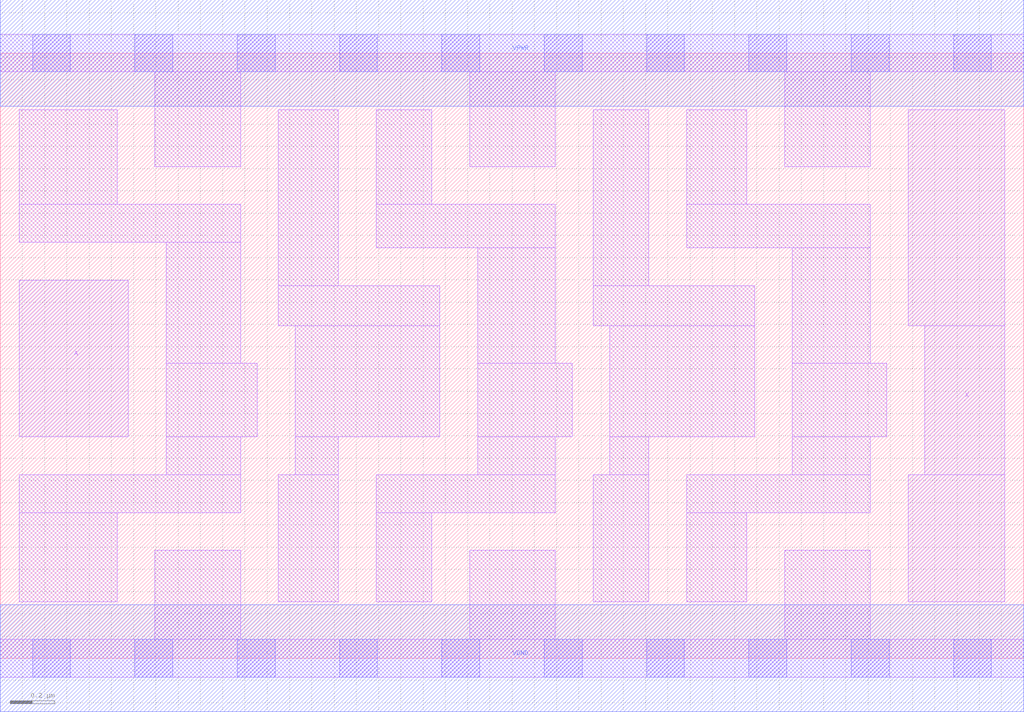
<source format=lef>
# Copyright 2020 The SkyWater PDK Authors
#
# Licensed under the Apache License, Version 2.0 (the "License");
# you may not use this file except in compliance with the License.
# You may obtain a copy of the License at
#
#     https://www.apache.org/licenses/LICENSE-2.0
#
# Unless required by applicable law or agreed to in writing, software
# distributed under the License is distributed on an "AS IS" BASIS,
# WITHOUT WARRANTIES OR CONDITIONS OF ANY KIND, either express or implied.
# See the License for the specific language governing permissions and
# limitations under the License.
#
# SPDX-License-Identifier: Apache-2.0

VERSION 5.7 ;
  NAMESCASESENSITIVE ON ;
  NOWIREEXTENSIONATPIN ON ;
  DIVIDERCHAR "/" ;
  BUSBITCHARS "[]" ;
UNITS
  DATABASE MICRONS 200 ;
END UNITS
MACRO sky130_fd_sc_hd__dlymetal6s6s_1
  CLASS CORE ;
  SOURCE USER ;
  FOREIGN sky130_fd_sc_hd__dlymetal6s6s_1 ;
  ORIGIN  0.000000  0.000000 ;
  SIZE  4.600000 BY  2.720000 ;
  SYMMETRY X Y R90 ;
  SITE unithd ;
  PIN A
    ANTENNAGATEAREA  0.126000 ;
    DIRECTION INPUT ;
    USE SIGNAL ;
    PORT
      LAYER li1 ;
        RECT 0.085000 0.995000 0.575000 1.700000 ;
    END
  END A
  PIN X
    ANTENNADIFFAREA  0.429000 ;
    DIRECTION OUTPUT ;
    USE SIGNAL ;
    PORT
      LAYER li1 ;
        RECT 4.080000 0.255000 4.515000 0.825000 ;
        RECT 4.080000 1.495000 4.515000 2.465000 ;
        RECT 4.155000 0.825000 4.515000 1.495000 ;
    END
  END X
  PIN VGND
    DIRECTION INOUT ;
    SHAPE ABUTMENT ;
    USE GROUND ;
    PORT
      LAYER met1 ;
        RECT 0.000000 -0.240000 4.600000 0.240000 ;
    END
  END VGND
  PIN VPWR
    DIRECTION INOUT ;
    SHAPE ABUTMENT ;
    USE POWER ;
    PORT
      LAYER met1 ;
        RECT 0.000000 2.480000 4.600000 2.960000 ;
    END
  END VPWR
  OBS
    LAYER li1 ;
      RECT 0.000000 -0.085000 4.600000 0.085000 ;
      RECT 0.000000  2.635000 4.600000 2.805000 ;
      RECT 0.085000  0.255000 0.525000 0.655000 ;
      RECT 0.085000  0.655000 1.080000 0.825000 ;
      RECT 0.085000  1.870000 1.080000 2.040000 ;
      RECT 0.085000  2.040000 0.525000 2.465000 ;
      RECT 0.695000  0.085000 1.080000 0.485000 ;
      RECT 0.695000  2.210000 1.080000 2.635000 ;
      RECT 0.745000  0.825000 1.080000 0.995000 ;
      RECT 0.745000  0.995000 1.155000 1.325000 ;
      RECT 0.745000  1.325000 1.080000 1.870000 ;
      RECT 1.250000  0.255000 1.520000 0.825000 ;
      RECT 1.250000  1.495000 1.975000 1.675000 ;
      RECT 1.250000  1.675000 1.520000 2.465000 ;
      RECT 1.325000  0.825000 1.520000 0.995000 ;
      RECT 1.325000  0.995000 1.975000 1.495000 ;
      RECT 1.690000  0.255000 1.940000 0.655000 ;
      RECT 1.690000  0.655000 2.495000 0.825000 ;
      RECT 1.690000  1.845000 2.495000 2.040000 ;
      RECT 1.690000  2.040000 1.940000 2.465000 ;
      RECT 2.110000  0.085000 2.495000 0.485000 ;
      RECT 2.110000  2.210000 2.495000 2.635000 ;
      RECT 2.145000  0.825000 2.495000 0.995000 ;
      RECT 2.145000  0.995000 2.570000 1.325000 ;
      RECT 2.145000  1.325000 2.495000 1.845000 ;
      RECT 2.665000  0.255000 2.915000 0.825000 ;
      RECT 2.665000  1.495000 3.390000 1.675000 ;
      RECT 2.665000  1.675000 2.915000 2.465000 ;
      RECT 2.740000  0.825000 2.915000 0.995000 ;
      RECT 2.740000  0.995000 3.390000 1.495000 ;
      RECT 3.085000  0.255000 3.355000 0.655000 ;
      RECT 3.085000  0.655000 3.910000 0.825000 ;
      RECT 3.085000  1.845000 3.910000 2.040000 ;
      RECT 3.085000  2.040000 3.355000 2.465000 ;
      RECT 3.525000  0.085000 3.910000 0.485000 ;
      RECT 3.525000  2.210000 3.910000 2.635000 ;
      RECT 3.560000  0.825000 3.910000 0.995000 ;
      RECT 3.560000  0.995000 3.985000 1.325000 ;
      RECT 3.560000  1.325000 3.910000 1.845000 ;
    LAYER mcon ;
      RECT 0.145000 -0.085000 0.315000 0.085000 ;
      RECT 0.145000  2.635000 0.315000 2.805000 ;
      RECT 0.605000 -0.085000 0.775000 0.085000 ;
      RECT 0.605000  2.635000 0.775000 2.805000 ;
      RECT 1.065000 -0.085000 1.235000 0.085000 ;
      RECT 1.065000  2.635000 1.235000 2.805000 ;
      RECT 1.525000 -0.085000 1.695000 0.085000 ;
      RECT 1.525000  2.635000 1.695000 2.805000 ;
      RECT 1.985000 -0.085000 2.155000 0.085000 ;
      RECT 1.985000  2.635000 2.155000 2.805000 ;
      RECT 2.445000 -0.085000 2.615000 0.085000 ;
      RECT 2.445000  2.635000 2.615000 2.805000 ;
      RECT 2.905000 -0.085000 3.075000 0.085000 ;
      RECT 2.905000  2.635000 3.075000 2.805000 ;
      RECT 3.365000 -0.085000 3.535000 0.085000 ;
      RECT 3.365000  2.635000 3.535000 2.805000 ;
      RECT 3.825000 -0.085000 3.995000 0.085000 ;
      RECT 3.825000  2.635000 3.995000 2.805000 ;
      RECT 4.285000 -0.085000 4.455000 0.085000 ;
      RECT 4.285000  2.635000 4.455000 2.805000 ;
  END
END sky130_fd_sc_hd__dlymetal6s6s_1

</source>
